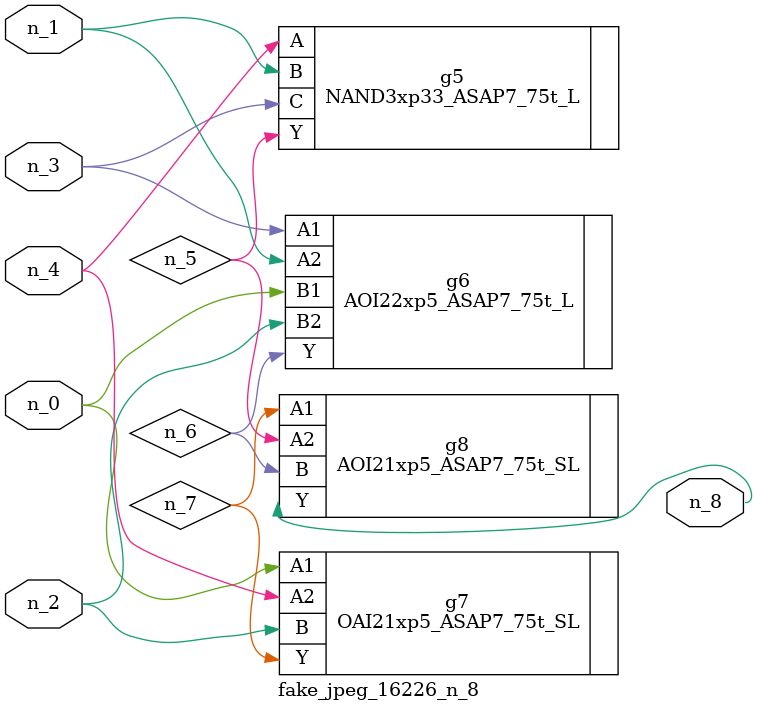
<source format=v>
module fake_jpeg_16226_n_8 (n_3, n_2, n_1, n_0, n_4, n_8);

input n_3;
input n_2;
input n_1;
input n_0;
input n_4;

output n_8;

wire n_6;
wire n_5;
wire n_7;

NAND3xp33_ASAP7_75t_L g5 ( 
.A(n_4),
.B(n_1),
.C(n_3),
.Y(n_5)
);

AOI22xp5_ASAP7_75t_L g6 ( 
.A1(n_3),
.A2(n_1),
.B1(n_0),
.B2(n_2),
.Y(n_6)
);

OAI21xp5_ASAP7_75t_SL g7 ( 
.A1(n_0),
.A2(n_4),
.B(n_2),
.Y(n_7)
);

AOI21xp5_ASAP7_75t_SL g8 ( 
.A1(n_7),
.A2(n_5),
.B(n_6),
.Y(n_8)
);


endmodule
</source>
